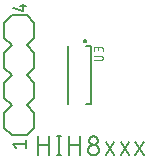
<source format=gbr>
G04 EAGLE Gerber RS-274X export*
G75*
%MOMM*%
%FSLAX34Y34*%
%LPD*%
%INSilkscreen Top*%
%IPPOS*%
%AMOC8*
5,1,8,0,0,1.08239X$1,22.5*%
G01*
%ADD10C,0.152400*%
%ADD11C,0.127000*%
%ADD12C,0.200000*%
%ADD13C,0.076200*%


D10*
X89662Y617982D02*
X89662Y634238D01*
X89662Y627013D02*
X98693Y627013D01*
X98693Y634238D02*
X98693Y617982D01*
X107204Y617982D02*
X107204Y634238D01*
X105397Y617982D02*
X109010Y617982D01*
X109010Y634238D02*
X105397Y634238D01*
X115714Y634238D02*
X115714Y617982D01*
X115714Y627013D02*
X124745Y627013D01*
X124745Y634238D02*
X124745Y617982D01*
X131866Y622498D02*
X131868Y622631D01*
X131874Y622763D01*
X131884Y622895D01*
X131897Y623027D01*
X131915Y623159D01*
X131936Y623289D01*
X131961Y623420D01*
X131990Y623549D01*
X132023Y623677D01*
X132059Y623805D01*
X132099Y623931D01*
X132143Y624056D01*
X132191Y624180D01*
X132242Y624302D01*
X132297Y624423D01*
X132355Y624542D01*
X132417Y624660D01*
X132482Y624775D01*
X132551Y624889D01*
X132622Y625000D01*
X132698Y625109D01*
X132776Y625216D01*
X132857Y625321D01*
X132942Y625423D01*
X133029Y625523D01*
X133119Y625620D01*
X133212Y625715D01*
X133308Y625806D01*
X133406Y625895D01*
X133507Y625981D01*
X133611Y626064D01*
X133717Y626144D01*
X133825Y626220D01*
X133935Y626294D01*
X134048Y626364D01*
X134162Y626431D01*
X134279Y626494D01*
X134397Y626554D01*
X134517Y626611D01*
X134639Y626664D01*
X134762Y626713D01*
X134886Y626759D01*
X135012Y626801D01*
X135139Y626839D01*
X135267Y626874D01*
X135396Y626905D01*
X135525Y626932D01*
X135656Y626955D01*
X135787Y626975D01*
X135919Y626990D01*
X136051Y627002D01*
X136183Y627010D01*
X136316Y627014D01*
X136448Y627014D01*
X136581Y627010D01*
X136713Y627002D01*
X136845Y626990D01*
X136977Y626975D01*
X137108Y626955D01*
X137239Y626932D01*
X137368Y626905D01*
X137497Y626874D01*
X137625Y626839D01*
X137752Y626801D01*
X137878Y626759D01*
X138002Y626713D01*
X138125Y626664D01*
X138247Y626611D01*
X138367Y626554D01*
X138485Y626494D01*
X138602Y626431D01*
X138716Y626364D01*
X138829Y626294D01*
X138939Y626220D01*
X139047Y626144D01*
X139153Y626064D01*
X139257Y625981D01*
X139358Y625895D01*
X139456Y625806D01*
X139552Y625715D01*
X139645Y625620D01*
X139735Y625523D01*
X139822Y625423D01*
X139907Y625321D01*
X139988Y625216D01*
X140066Y625109D01*
X140142Y625000D01*
X140213Y624889D01*
X140282Y624775D01*
X140347Y624660D01*
X140409Y624542D01*
X140467Y624423D01*
X140522Y624302D01*
X140573Y624180D01*
X140621Y624056D01*
X140665Y623931D01*
X140705Y623805D01*
X140741Y623677D01*
X140774Y623549D01*
X140803Y623420D01*
X140828Y623289D01*
X140849Y623159D01*
X140867Y623027D01*
X140880Y622895D01*
X140890Y622763D01*
X140896Y622631D01*
X140898Y622498D01*
X140896Y622365D01*
X140890Y622233D01*
X140880Y622101D01*
X140867Y621969D01*
X140849Y621837D01*
X140828Y621707D01*
X140803Y621576D01*
X140774Y621447D01*
X140741Y621319D01*
X140705Y621191D01*
X140665Y621065D01*
X140621Y620940D01*
X140573Y620816D01*
X140522Y620694D01*
X140467Y620573D01*
X140409Y620454D01*
X140347Y620336D01*
X140282Y620221D01*
X140213Y620107D01*
X140142Y619996D01*
X140066Y619887D01*
X139988Y619780D01*
X139907Y619675D01*
X139822Y619573D01*
X139735Y619473D01*
X139645Y619376D01*
X139552Y619281D01*
X139456Y619190D01*
X139358Y619101D01*
X139257Y619015D01*
X139153Y618932D01*
X139047Y618852D01*
X138939Y618776D01*
X138829Y618702D01*
X138716Y618632D01*
X138602Y618565D01*
X138485Y618502D01*
X138367Y618442D01*
X138247Y618385D01*
X138125Y618332D01*
X138002Y618283D01*
X137878Y618237D01*
X137752Y618195D01*
X137625Y618157D01*
X137497Y618122D01*
X137368Y618091D01*
X137239Y618064D01*
X137108Y618041D01*
X136977Y618021D01*
X136845Y618006D01*
X136713Y617994D01*
X136581Y617986D01*
X136448Y617982D01*
X136316Y617982D01*
X136183Y617986D01*
X136051Y617994D01*
X135919Y618006D01*
X135787Y618021D01*
X135656Y618041D01*
X135525Y618064D01*
X135396Y618091D01*
X135267Y618122D01*
X135139Y618157D01*
X135012Y618195D01*
X134886Y618237D01*
X134762Y618283D01*
X134639Y618332D01*
X134517Y618385D01*
X134397Y618442D01*
X134279Y618502D01*
X134162Y618565D01*
X134048Y618632D01*
X133935Y618702D01*
X133825Y618776D01*
X133717Y618852D01*
X133611Y618932D01*
X133507Y619015D01*
X133406Y619101D01*
X133308Y619190D01*
X133212Y619281D01*
X133119Y619376D01*
X133029Y619473D01*
X132942Y619573D01*
X132857Y619675D01*
X132776Y619780D01*
X132698Y619887D01*
X132622Y619996D01*
X132551Y620107D01*
X132482Y620221D01*
X132417Y620336D01*
X132355Y620454D01*
X132297Y620573D01*
X132242Y620694D01*
X132191Y620816D01*
X132143Y620940D01*
X132099Y621065D01*
X132059Y621191D01*
X132023Y621319D01*
X131990Y621447D01*
X131961Y621576D01*
X131936Y621707D01*
X131915Y621837D01*
X131897Y621969D01*
X131884Y622101D01*
X131874Y622233D01*
X131868Y622365D01*
X131866Y622498D01*
X132770Y630626D02*
X132772Y630745D01*
X132778Y630865D01*
X132788Y630984D01*
X132802Y631102D01*
X132819Y631221D01*
X132841Y631338D01*
X132866Y631455D01*
X132896Y631570D01*
X132929Y631685D01*
X132966Y631799D01*
X133006Y631911D01*
X133051Y632022D01*
X133099Y632131D01*
X133150Y632239D01*
X133205Y632345D01*
X133264Y632449D01*
X133326Y632551D01*
X133391Y632651D01*
X133460Y632749D01*
X133532Y632845D01*
X133607Y632938D01*
X133684Y633028D01*
X133765Y633116D01*
X133849Y633201D01*
X133936Y633283D01*
X134025Y633363D01*
X134117Y633439D01*
X134211Y633513D01*
X134308Y633583D01*
X134406Y633650D01*
X134507Y633714D01*
X134611Y633774D01*
X134716Y633831D01*
X134823Y633884D01*
X134931Y633934D01*
X135041Y633980D01*
X135153Y634022D01*
X135266Y634061D01*
X135380Y634096D01*
X135495Y634127D01*
X135612Y634155D01*
X135729Y634178D01*
X135846Y634198D01*
X135965Y634214D01*
X136084Y634226D01*
X136203Y634234D01*
X136322Y634238D01*
X136442Y634238D01*
X136561Y634234D01*
X136680Y634226D01*
X136799Y634214D01*
X136918Y634198D01*
X137035Y634178D01*
X137152Y634155D01*
X137269Y634127D01*
X137384Y634096D01*
X137498Y634061D01*
X137611Y634022D01*
X137723Y633980D01*
X137833Y633934D01*
X137941Y633884D01*
X138048Y633831D01*
X138153Y633774D01*
X138257Y633714D01*
X138358Y633650D01*
X138456Y633583D01*
X138553Y633513D01*
X138647Y633439D01*
X138739Y633363D01*
X138828Y633283D01*
X138915Y633201D01*
X138999Y633116D01*
X139080Y633028D01*
X139157Y632938D01*
X139232Y632845D01*
X139304Y632749D01*
X139373Y632651D01*
X139438Y632551D01*
X139500Y632449D01*
X139559Y632345D01*
X139614Y632239D01*
X139665Y632131D01*
X139713Y632022D01*
X139758Y631911D01*
X139798Y631799D01*
X139835Y631685D01*
X139868Y631570D01*
X139898Y631455D01*
X139923Y631338D01*
X139945Y631221D01*
X139962Y631102D01*
X139976Y630984D01*
X139986Y630865D01*
X139992Y630745D01*
X139994Y630626D01*
X139992Y630507D01*
X139986Y630387D01*
X139976Y630268D01*
X139962Y630150D01*
X139945Y630031D01*
X139923Y629914D01*
X139898Y629797D01*
X139868Y629682D01*
X139835Y629567D01*
X139798Y629453D01*
X139758Y629341D01*
X139713Y629230D01*
X139665Y629121D01*
X139614Y629013D01*
X139559Y628907D01*
X139500Y628803D01*
X139438Y628701D01*
X139373Y628601D01*
X139304Y628503D01*
X139232Y628407D01*
X139157Y628314D01*
X139080Y628224D01*
X138999Y628136D01*
X138915Y628051D01*
X138828Y627969D01*
X138739Y627889D01*
X138647Y627813D01*
X138553Y627739D01*
X138456Y627669D01*
X138358Y627602D01*
X138257Y627538D01*
X138153Y627478D01*
X138048Y627421D01*
X137941Y627368D01*
X137833Y627318D01*
X137723Y627272D01*
X137611Y627230D01*
X137498Y627191D01*
X137384Y627156D01*
X137269Y627125D01*
X137152Y627097D01*
X137035Y627074D01*
X136918Y627054D01*
X136799Y627038D01*
X136680Y627026D01*
X136561Y627018D01*
X136442Y627014D01*
X136322Y627014D01*
X136203Y627018D01*
X136084Y627026D01*
X135965Y627038D01*
X135846Y627054D01*
X135729Y627074D01*
X135612Y627097D01*
X135495Y627125D01*
X135380Y627156D01*
X135266Y627191D01*
X135153Y627230D01*
X135041Y627272D01*
X134931Y627318D01*
X134823Y627368D01*
X134716Y627421D01*
X134611Y627478D01*
X134507Y627538D01*
X134406Y627602D01*
X134308Y627669D01*
X134211Y627739D01*
X134117Y627813D01*
X134025Y627889D01*
X133936Y627969D01*
X133849Y628051D01*
X133765Y628136D01*
X133684Y628224D01*
X133607Y628314D01*
X133532Y628407D01*
X133460Y628503D01*
X133391Y628601D01*
X133326Y628701D01*
X133264Y628803D01*
X133205Y628907D01*
X133150Y629013D01*
X133099Y629121D01*
X133051Y629230D01*
X133006Y629341D01*
X132966Y629453D01*
X132929Y629567D01*
X132896Y629682D01*
X132866Y629797D01*
X132841Y629914D01*
X132819Y630031D01*
X132802Y630150D01*
X132788Y630268D01*
X132778Y630387D01*
X132772Y630507D01*
X132770Y630626D01*
X146838Y617982D02*
X154062Y628819D01*
X146838Y628819D02*
X154062Y617982D01*
X159342Y617982D02*
X166567Y628819D01*
X159342Y628819D02*
X166567Y617982D01*
X171847Y617982D02*
X179072Y628819D01*
X171847Y628819D02*
X179072Y617982D01*
X60960Y641350D02*
X60960Y654050D01*
X67310Y660400D01*
X80010Y660400D02*
X86360Y654050D01*
X67310Y660400D02*
X60960Y666750D01*
X60960Y679450D01*
X67310Y685800D01*
X80010Y685800D02*
X86360Y679450D01*
X86360Y666750D01*
X80010Y660400D01*
X80010Y635000D02*
X67310Y635000D01*
X60960Y641350D01*
X80010Y635000D02*
X86360Y641350D01*
X86360Y654050D01*
X67310Y685800D02*
X60960Y692150D01*
X60960Y704850D01*
X67310Y711200D01*
X80010Y711200D02*
X86360Y704850D01*
X86360Y692150D01*
X80010Y685800D01*
X60960Y717550D02*
X60960Y730250D01*
X67310Y736600D01*
X80010Y736600D01*
X86360Y730250D01*
X67310Y711200D02*
X60960Y717550D01*
X80010Y711200D02*
X86360Y717550D01*
X86360Y730250D01*
D11*
X67945Y627380D02*
X70485Y624205D01*
X67945Y627380D02*
X79375Y627380D01*
X79375Y624205D02*
X79375Y630555D01*
X76835Y739775D02*
X67945Y742315D01*
X76835Y739775D02*
X76835Y746125D01*
X74295Y744220D02*
X79375Y744220D01*
X129920Y710300D02*
X133920Y710300D01*
X133920Y661300D01*
X129920Y661300D01*
X114820Y661300D02*
X114820Y710300D01*
D12*
X128420Y714800D02*
X128422Y714863D01*
X128428Y714925D01*
X128438Y714987D01*
X128451Y715049D01*
X128469Y715109D01*
X128490Y715168D01*
X128515Y715226D01*
X128544Y715282D01*
X128576Y715336D01*
X128611Y715388D01*
X128649Y715437D01*
X128691Y715485D01*
X128735Y715529D01*
X128783Y715571D01*
X128832Y715609D01*
X128884Y715644D01*
X128938Y715676D01*
X128994Y715705D01*
X129052Y715730D01*
X129111Y715751D01*
X129171Y715769D01*
X129233Y715782D01*
X129295Y715792D01*
X129357Y715798D01*
X129420Y715800D01*
X129483Y715798D01*
X129545Y715792D01*
X129607Y715782D01*
X129669Y715769D01*
X129729Y715751D01*
X129788Y715730D01*
X129846Y715705D01*
X129902Y715676D01*
X129956Y715644D01*
X130008Y715609D01*
X130057Y715571D01*
X130105Y715529D01*
X130149Y715485D01*
X130191Y715437D01*
X130229Y715388D01*
X130264Y715336D01*
X130296Y715282D01*
X130325Y715226D01*
X130350Y715168D01*
X130371Y715109D01*
X130389Y715049D01*
X130402Y714987D01*
X130412Y714925D01*
X130418Y714863D01*
X130420Y714800D01*
X130418Y714737D01*
X130412Y714675D01*
X130402Y714613D01*
X130389Y714551D01*
X130371Y714491D01*
X130350Y714432D01*
X130325Y714374D01*
X130296Y714318D01*
X130264Y714264D01*
X130229Y714212D01*
X130191Y714163D01*
X130149Y714115D01*
X130105Y714071D01*
X130057Y714029D01*
X130008Y713991D01*
X129956Y713956D01*
X129902Y713924D01*
X129846Y713895D01*
X129788Y713870D01*
X129729Y713849D01*
X129669Y713831D01*
X129607Y713818D01*
X129545Y713808D01*
X129483Y713802D01*
X129420Y713800D01*
X129357Y713802D01*
X129295Y713808D01*
X129233Y713818D01*
X129171Y713831D01*
X129111Y713849D01*
X129052Y713870D01*
X128994Y713895D01*
X128938Y713924D01*
X128884Y713956D01*
X128832Y713991D01*
X128783Y714029D01*
X128735Y714071D01*
X128691Y714115D01*
X128649Y714163D01*
X128611Y714212D01*
X128576Y714264D01*
X128544Y714318D01*
X128515Y714374D01*
X128490Y714432D01*
X128469Y714491D01*
X128451Y714551D01*
X128438Y714613D01*
X128428Y714675D01*
X128422Y714737D01*
X128420Y714800D01*
D13*
X136836Y698348D02*
X142170Y698348D01*
X142170Y698347D02*
X142260Y698349D01*
X142349Y698355D01*
X142438Y698365D01*
X142526Y698378D01*
X142614Y698396D01*
X142701Y698417D01*
X142787Y698442D01*
X142872Y698471D01*
X142955Y698503D01*
X143037Y698539D01*
X143118Y698579D01*
X143196Y698622D01*
X143273Y698668D01*
X143347Y698718D01*
X143419Y698771D01*
X143489Y698827D01*
X143556Y698886D01*
X143621Y698948D01*
X143683Y699013D01*
X143742Y699080D01*
X143798Y699150D01*
X143851Y699222D01*
X143901Y699296D01*
X143947Y699373D01*
X143990Y699451D01*
X144030Y699532D01*
X144066Y699614D01*
X144098Y699697D01*
X144127Y699782D01*
X144152Y699868D01*
X144173Y699955D01*
X144191Y700043D01*
X144204Y700131D01*
X144214Y700220D01*
X144220Y700309D01*
X144222Y700399D01*
X144220Y700489D01*
X144214Y700578D01*
X144204Y700667D01*
X144191Y700755D01*
X144173Y700843D01*
X144152Y700930D01*
X144127Y701016D01*
X144098Y701101D01*
X144066Y701184D01*
X144030Y701266D01*
X143990Y701347D01*
X143947Y701425D01*
X143901Y701502D01*
X143851Y701576D01*
X143798Y701648D01*
X143742Y701718D01*
X143683Y701785D01*
X143621Y701850D01*
X143556Y701912D01*
X143489Y701971D01*
X143419Y702027D01*
X143347Y702080D01*
X143273Y702130D01*
X143196Y702176D01*
X143118Y702219D01*
X143037Y702259D01*
X142955Y702295D01*
X142872Y702327D01*
X142787Y702356D01*
X142701Y702381D01*
X142614Y702402D01*
X142526Y702420D01*
X142438Y702433D01*
X142349Y702443D01*
X142260Y702449D01*
X142170Y702451D01*
X136836Y702451D01*
X144221Y705925D02*
X144221Y707976D01*
X144222Y707976D02*
X144220Y708066D01*
X144214Y708155D01*
X144204Y708244D01*
X144191Y708332D01*
X144173Y708420D01*
X144152Y708507D01*
X144127Y708593D01*
X144098Y708678D01*
X144066Y708761D01*
X144030Y708843D01*
X143990Y708924D01*
X143947Y709002D01*
X143901Y709079D01*
X143851Y709153D01*
X143798Y709225D01*
X143742Y709295D01*
X143683Y709362D01*
X143621Y709427D01*
X143556Y709489D01*
X143489Y709548D01*
X143419Y709604D01*
X143347Y709657D01*
X143273Y709707D01*
X143196Y709753D01*
X143118Y709796D01*
X143037Y709836D01*
X142955Y709872D01*
X142872Y709904D01*
X142787Y709933D01*
X142701Y709958D01*
X142614Y709979D01*
X142526Y709997D01*
X142438Y710010D01*
X142349Y710020D01*
X142260Y710026D01*
X142170Y710028D01*
X142080Y710026D01*
X141991Y710020D01*
X141902Y710010D01*
X141814Y709997D01*
X141726Y709979D01*
X141639Y709958D01*
X141553Y709933D01*
X141468Y709904D01*
X141385Y709872D01*
X141303Y709836D01*
X141222Y709796D01*
X141144Y709753D01*
X141067Y709707D01*
X140993Y709657D01*
X140921Y709604D01*
X140851Y709548D01*
X140784Y709489D01*
X140719Y709427D01*
X140657Y709362D01*
X140598Y709295D01*
X140542Y709225D01*
X140489Y709153D01*
X140439Y709079D01*
X140393Y709002D01*
X140350Y708924D01*
X140310Y708843D01*
X140274Y708761D01*
X140242Y708678D01*
X140213Y708593D01*
X140188Y708507D01*
X140167Y708420D01*
X140149Y708332D01*
X140136Y708244D01*
X140126Y708155D01*
X140120Y708066D01*
X140118Y707976D01*
X136836Y708387D02*
X136836Y705925D01*
X136836Y708387D02*
X136838Y708466D01*
X136844Y708545D01*
X136853Y708624D01*
X136867Y708702D01*
X136884Y708780D01*
X136905Y708856D01*
X136929Y708932D01*
X136957Y709006D01*
X136989Y709079D01*
X137024Y709150D01*
X137063Y709219D01*
X137104Y709286D01*
X137149Y709352D01*
X137198Y709415D01*
X137249Y709475D01*
X137303Y709533D01*
X137359Y709589D01*
X137419Y709641D01*
X137481Y709691D01*
X137545Y709738D01*
X137611Y709781D01*
X137680Y709821D01*
X137750Y709858D01*
X137822Y709891D01*
X137895Y709921D01*
X137970Y709948D01*
X138046Y709970D01*
X138123Y709989D01*
X138201Y710005D01*
X138279Y710016D01*
X138358Y710024D01*
X138437Y710028D01*
X138517Y710028D01*
X138596Y710024D01*
X138675Y710016D01*
X138753Y710005D01*
X138831Y709989D01*
X138908Y709970D01*
X138984Y709948D01*
X139059Y709921D01*
X139132Y709891D01*
X139204Y709858D01*
X139274Y709821D01*
X139343Y709781D01*
X139409Y709738D01*
X139473Y709691D01*
X139535Y709641D01*
X139595Y709589D01*
X139651Y709533D01*
X139705Y709475D01*
X139756Y709415D01*
X139805Y709352D01*
X139850Y709286D01*
X139891Y709219D01*
X139930Y709150D01*
X139965Y709079D01*
X139997Y709006D01*
X140025Y708932D01*
X140049Y708856D01*
X140070Y708780D01*
X140087Y708702D01*
X140101Y708624D01*
X140110Y708545D01*
X140116Y708466D01*
X140118Y708387D01*
X140118Y706745D01*
M02*

</source>
